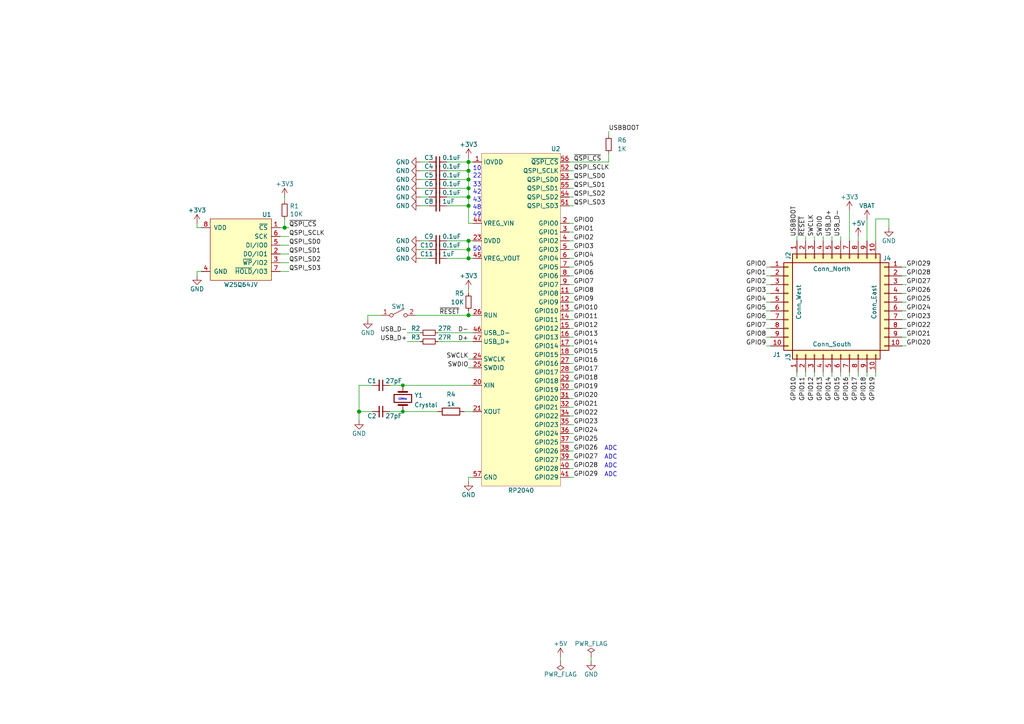
<source format=kicad_sch>
(kicad_sch (version 20211123) (generator eeschema)
  (paper "A4")
  (lib_symbols
    (symbol "Connector_Generic:Conn_01x10" (pin_names (offset 1.016) hide)
      (property "Reference" "J" (at 0 12.7 0))
      (property "Value" "Conn_01x10" (at 0 -15.24 0))
      (symbol "Conn_01x10_1_1"
        (rectangle (start -1.27 -12.573) (end 0 -12.827) (stroke (width 0.1524)))
        (rectangle (start -1.27 -10.033) (end 0 -10.287) (stroke (width 0.1524)))
        (rectangle (start -1.27 -7.493) (end 0 -7.747) (stroke (width 0.1524)))
        (rectangle (start -1.27 -4.953) (end 0 -5.207) (stroke (width 0.1524)))
        (rectangle (start -1.27 -2.413) (end 0 -2.667) (stroke (width 0.1524)))
        (rectangle (start -1.27 0.127) (end 0 -0.127) (stroke (width 0.1524)))
        (rectangle (start -1.27 2.667) (end 0 2.413) (stroke (width 0.1524)))
        (rectangle (start -1.27 5.207) (end 0 4.953) (stroke (width 0.1524)))
        (rectangle (start -1.27 7.747) (end 0 7.493) (stroke (width 0.1524)))
        (rectangle (start -1.27 10.287) (end 0 10.033) (stroke (width 0.1524)))
        (rectangle (start -1.27 11.43) (end 1.27 -13.97) (stroke (width 0.254)) (fill (type background)))
        (pin passive line (at -5.08 10.16 0) (length 3.81) (name "Pin_1") (number "1"))
        (pin passive line (at -5.08 -12.7 0) (length 3.81) (name "Pin_10") (number "10"))
        (pin passive line (at -5.08 7.62 0) (length 3.81) (name "Pin_2") (number "2"))
        (pin passive line (at -5.08 5.08 0) (length 3.81) (name "Pin_3") (number "3"))
        (pin passive line (at -5.08 2.54 0) (length 3.81) (name "Pin_4") (number "4"))
        (pin passive line (at -5.08 0 0) (length 3.81) (name "Pin_5") (number "5"))
        (pin passive line (at -5.08 -2.54 0) (length 3.81) (name "Pin_6") (number "6"))
        (pin passive line (at -5.08 -5.08 0) (length 3.81) (name "Pin_7") (number "7"))
        (pin passive line (at -5.08 -7.62 0) (length 3.81) (name "Pin_8") (number "8"))
        (pin passive line (at -5.08 -10.16 0) (length 3.81) (name "Pin_9") (number "9"))
      )
    )
    (symbol "Device:C_Small" (pin_numbers hide) (pin_names (offset 0.254) hide)
      (property "Reference" "C" (at 0.254 1.778 0))
      (property "Value" "C_Small" (at 0.254 -2.032 0))
      (symbol "C_Small_0_1"
        (polyline (pts (xy -1.524 -0.508) (xy 1.524 -0.508)) (stroke (width 0.3302)))
        (polyline (pts (xy -1.524 0.508) (xy 1.524 0.508)) (stroke (width 0.3048)))
      )
      (symbol "C_Small_1_1"
        (pin passive line (at 0 2.54 270) (length 2.032) (name "~") (number "1"))
        (pin passive line (at 0 -2.54 90) (length 2.032) (name "~") (number "2"))
      )
    )
    (symbol "Device:Crystal" (pin_numbers hide) (pin_names (offset 1.016) hide)
      (property "Reference" "Y" (at 0 3.81 0))
      (property "Value" "Crystal" (at 0 -3.81 0))
      (symbol "Crystal_0_1"
        (rectangle (start -1.143 2.54) (end 1.143 -2.54) (stroke (width 0.3048)))
        (polyline (pts (xy -2.54 0) (xy -1.905 0)))
        (polyline (pts (xy -1.905 -1.27) (xy -1.905 1.27)) (stroke (width 0.508)))
        (polyline (pts (xy 1.905 -1.27) (xy 1.905 1.27)) (stroke (width 0.508)))
        (polyline (pts (xy 2.54 0) (xy 1.905 0)))
      )
      (symbol "Crystal_1_1"
        (pin passive line (at -3.81 0 0) (length 1.27) (name "1") (number "1"))
        (pin passive line (at 3.81 0 180) (length 1.27) (name "2") (number "2"))
      )
    )
    (symbol "Device:R" (pin_numbers hide) (pin_names (offset 0))
      (property "Reference" "R" (at 2.032 0 90))
      (property "Value" "R" (at 0 0 90))
      (symbol "R_0_1"
        (rectangle (start -1.016 -2.54) (end 1.016 2.54) (stroke (width 0.254)))
      )
      (symbol "R_1_1"
        (pin passive line (at 0 3.81 270) (length 1.27) (name "~") (number "1"))
        (pin passive line (at 0 -3.81 90) (length 1.27) (name "~") (number "2"))
      )
    )
    (symbol "Device:R_Small" (pin_numbers hide) (pin_names (offset 0.254) hide)
      (property "Reference" "R" (at 0.762 0.508 0))
      (property "Value" "R_Small" (at 0.762 -1.016 0))
      (symbol "R_Small_0_1"
        (rectangle (start -0.762 1.778) (end 0.762 -1.778) (stroke (width 0.2032)))
      )
      (symbol "R_Small_1_1"
        (pin passive line (at 0 2.54 270) (length 0.762) (name "~") (number "1"))
        (pin passive line (at 0 -2.54 90) (length 0.762) (name "~") (number "2"))
      )
    )
    (symbol "MCU_RaspberryPi:RP2040"
      (property "Reference" "U" (at 11.43 1.27 0))
      (property "Value" "RP2040" (at 0 -97.79 0))
      (symbol "RP2040_0_0"
        (pin power_in line (at -13.97 -2.54 0) (length 2.54) (name "IOVDD") (number "1"))
        (pin passive line (at -13.97 -2.54 0) (length 2.54) hide (name "IOVDD") (number "10"))
        (pin bidirectional line (at 13.97 -40.64 180) (length 2.54) (name "GPIO8") (number "11"))
        (pin bidirectional line (at 13.97 -20.32 180) (length 2.54) (name "GPIO0") (number "2"))
        (pin bidirectional line (at 13.97 -22.86 180) (length 2.54) (name "GPIO1") (number "3"))
        (pin bidirectional line (at 13.97 -25.4 180) (length 2.54) (name "GPIO2") (number "4"))
        (pin bidirectional line (at 13.97 -27.94 180) (length 2.54) (name "GPIO3") (number "5"))
        (pin bidirectional line (at 13.97 -30.48 180) (length 2.54) (name "GPIO4") (number "6"))
        (pin bidirectional line (at 13.97 -33.02 180) (length 2.54) (name "GPIO5") (number "7"))
        (pin bidirectional line (at 13.97 -35.56 180) (length 2.54) (name "GPIO6") (number "8"))
        (pin bidirectional line (at 13.97 -38.1 180) (length 2.54) (name "GPIO7") (number "9"))
      )
      (symbol "RP2040_0_1"
        (rectangle (start -11.43 0) (end 11.43 -96.52) (stroke (width 0.001)) (fill (type background)))
      )
      (symbol "RP2040_1_1"
        (pin bidirectional line (at 13.97 -43.18 180) (length 2.54) (name "GPIO9") (number "12"))
        (pin bidirectional line (at 13.97 -45.72 180) (length 2.54) (name "GPIO10") (number "13"))
        (pin bidirectional line (at 13.97 -48.26 180) (length 2.54) (name "GPIO11") (number "14"))
        (pin bidirectional line (at 13.97 -50.8 180) (length 2.54) (name "GPIO12") (number "15"))
        (pin bidirectional line (at 13.97 -53.34 180) (length 2.54) (name "GPIO13") (number "16"))
        (pin bidirectional line (at 13.97 -55.88 180) (length 2.54) (name "GPIO14") (number "17"))
        (pin bidirectional line (at 13.97 -58.42 180) (length 2.54) (name "GPIO15") (number "18"))
        (pin passive line (at -13.97 -93.98 0) (length 2.54) hide (name "TESTEN") (number "19"))
        (pin input line (at -13.97 -67.31 0) (length 2.54) (name "XIN") (number "20"))
        (pin output line (at -13.97 -74.93 0) (length 2.54) (name "XOUT") (number "21"))
        (pin passive line (at -13.97 -2.54 0) (length 2.54) hide (name "IOVDD") (number "22"))
        (pin power_in line (at -13.97 -25.4 0) (length 2.54) (name "DVDD") (number "23"))
        (pin input line (at -13.97 -59.69 0) (length 2.54) (name "SWCLK") (number "24"))
        (pin bidirectional line (at -13.97 -62.23 0) (length 2.54) (name "SWDIO") (number "25"))
        (pin input line (at -13.97 -46.99 0) (length 2.54) (name "RUN") (number "26"))
        (pin bidirectional line (at 13.97 -60.96 180) (length 2.54) (name "GPIO16") (number "27"))
        (pin bidirectional line (at 13.97 -63.5 180) (length 2.54) (name "GPIO17") (number "28"))
        (pin bidirectional line (at 13.97 -66.04 180) (length 2.54) (name "GPIO18") (number "29"))
        (pin bidirectional line (at 13.97 -68.58 180) (length 2.54) (name "GPIO19") (number "30"))
        (pin bidirectional line (at 13.97 -71.12 180) (length 2.54) (name "GPIO20") (number "31"))
        (pin bidirectional line (at 13.97 -73.66 180) (length 2.54) (name "GPIO21") (number "32"))
        (pin passive line (at -13.97 -2.54 0) (length 2.54) hide (name "IOVDD") (number "33"))
        (pin bidirectional line (at 13.97 -76.2 180) (length 2.54) (name "GPIO22") (number "34"))
        (pin bidirectional line (at 13.97 -78.74 180) (length 2.54) (name "GPIO23") (number "35"))
        (pin bidirectional line (at 13.97 -81.28 180) (length 2.54) (name "GPIO24") (number "36"))
        (pin bidirectional line (at 13.97 -83.82 180) (length 2.54) (name "GPIO25") (number "37"))
        (pin bidirectional line (at 13.97 -86.36 180) (length 2.54) (name "GPIO26") (number "38"))
        (pin bidirectional line (at 13.97 -88.9 180) (length 2.54) (name "GPIO27") (number "39"))
        (pin bidirectional line (at 13.97 -91.44 180) (length 2.54) (name "GPIO28") (number "40"))
        (pin bidirectional line (at 13.97 -93.98 180) (length 2.54) (name "GPIO29") (number "41"))
        (pin passive line (at -13.97 -2.54 0) (length 2.54) hide (name "IOVDD") (number "42"))
        (pin passive line (at -13.97 -2.54 0) (length 2.54) hide (name "ADC_AVDD") (number "43"))
        (pin power_in line (at -13.97 -20.32 0) (length 2.54) (name "VREG_VIN") (number "44"))
        (pin power_out line (at -13.97 -30.48 0) (length 2.54) (name "VREG_VOUT") (number "45"))
        (pin bidirectional line (at -13.97 -52.07 0) (length 2.54) (name "USB_D-") (number "46"))
        (pin bidirectional line (at -13.97 -54.61 0) (length 2.54) (name "USB_D+") (number "47"))
        (pin passive line (at -13.97 -2.54 0) (length 2.54) hide (name "USB_VDD") (number "48"))
        (pin passive line (at -13.97 -2.54 0) (length 2.54) hide (name "IOVDD") (number "49"))
        (pin passive line (at -13.97 -25.4 0) (length 2.54) hide (name "DVDD") (number "50"))
        (pin bidirectional line (at 13.97 -15.24 180) (length 2.54) (name "QSPI_SD3") (number "51"))
        (pin output line (at 13.97 -5.08 180) (length 2.54) (name "QSPI_SCLK") (number "52"))
        (pin bidirectional line (at 13.97 -7.62 180) (length 2.54) (name "QSPI_SD0") (number "53"))
        (pin bidirectional line (at 13.97 -12.7 180) (length 2.54) (name "QSPI_SD2") (number "54"))
        (pin bidirectional line (at 13.97 -10.16 180) (length 2.54) (name "QSPI_SD1") (number "55"))
        (pin input line (at 13.97 -2.54 180) (length 2.54) (name "~{QSPI_CS}") (number "56"))
        (pin power_in line (at -13.97 -93.98 0) (length 2.54) (name "GND") (number "57"))
      )
    )
    (symbol "Memory_Flash_Extra:W25Q64JV" (pin_names (offset 1.016))
      (property "Reference" "U" (at 8.89 10.16 0))
      (property "Value" "W25Q64JV" (at 0 -10.16 0))
      (symbol "W25Q64JV_0_1"
        (rectangle (start -8.89 8.89) (end 8.89 -8.89) (fill (type background)))
      )
      (symbol "W25Q64JV_1_1"
        (pin input line (at 11.43 6.35 180) (length 2.54) (name "~{CS}") (number "1"))
        (pin bidirectional line (at 11.43 -1.27 180) (length 2.54) (name "DO/IO1") (number "2"))
        (pin bidirectional line (at 11.43 -3.81 180) (length 2.54) (name "~{WP}/IO2") (number "3"))
        (pin power_in line (at -11.43 -6.35 0) (length 2.54) (name "GND") (number "4"))
        (pin bidirectional line (at 11.43 1.27 180) (length 2.54) (name "DI/IO0") (number "5"))
        (pin input line (at 11.43 3.81 180) (length 2.54) (name "SCK") (number "6"))
        (pin bidirectional line (at 11.43 -6.35 180) (length 2.54) (name "~{HOLD}/IO3") (number "7"))
        (pin power_in line (at -11.43 6.35 0) (length 2.54) (name "VDD") (number "8"))
        (pin passive line (at -11.43 -6.35 0) (length 2.54) hide (name "GND") (number "9"))
      )
    )
    (symbol "Switch:SW_SPST" (pin_names (offset 0) hide)
      (property "Reference" "SW" (at 0 3.175 0))
      (property "Value" "SW_SPST" (at 0 -2.54 0))
      (symbol "SW_SPST_0_0"
        (circle (center -2.032 0) (radius 0.508))
        (polyline (pts (xy -1.524 0.254) (xy 1.524 1.778)))
        (circle (center 2.032 0) (radius 0.508))
      )
      (symbol "SW_SPST_1_1"
        (pin passive line (at -5.08 0 0) (length 2.54) (name "A") (number "1"))
        (pin passive line (at 5.08 0 180) (length 2.54) (name "B") (number "2"))
      )
    )
    (symbol "power:+3.3V" (power) (pin_names (offset 0))
      (property "Value" "+3.3V" (at 0 3.556 0))
      (symbol "+3.3V_0_1"
        (polyline (pts (xy -0.762 1.27) (xy 0 2.54)))
        (polyline (pts (xy 0 0) (xy 0 2.54)))
        (polyline (pts (xy 0 2.54) (xy 0.762 1.27)))
      )
      (symbol "+3.3V_1_1"
        (pin power_in line (at 0 0 90) (length 0) hide (name "+3V3") (number "1"))
      )
    )
    (symbol "power:+3V3" (power) (pin_names (offset 0))
      (property "Value" "+3V3" (at 0 3.556 0))
      (symbol "+3V3_0_1"
        (polyline (pts (xy -0.762 1.27) (xy 0 2.54)))
        (polyline (pts (xy 0 0) (xy 0 2.54)))
        (polyline (pts (xy 0 2.54) (xy 0.762 1.27)))
      )
      (symbol "+3V3_1_1"
        (pin power_in line (at 0 0 90) (length 0) hide (name "+3V3") (number "1"))
      )
    )
    (symbol "power:+5V" (power) (pin_names (offset 0))
      (property "Value" "+5V" (at 0 3.556 0))
      (symbol "+5V_0_1"
        (polyline (pts (xy -0.762 1.27) (xy 0 2.54)))
        (polyline (pts (xy 0 0) (xy 0 2.54)))
        (polyline (pts (xy 0 2.54) (xy 0.762 1.27)))
      )
      (symbol "+5V_1_1"
        (pin power_in line (at 0 0 90) (length 0) hide (name "+5V") (number "1"))
      )
    )
    (symbol "power:GND" (power) (pin_names (offset 0))
      (property "Value" "GND" (at 0 -3.81 0))
      (symbol "GND_0_1"
        (polyline (pts (xy 0 0) (xy 0 -1.27) (xy 1.27 -1.27) (xy 0 -2.54) (xy -1.27 -1.27) (xy 0 -1.27)))
      )
      (symbol "GND_1_1"
        (pin power_in line (at 0 0 270) (length 0) hide (name "GND") (number "1"))
      )
    )
    (symbol "power:PWR_FLAG" (power) (pin_numbers hide) (pin_names (offset 0) hide)
      (property "Value" "PWR_FLAG" (at 0 3.81 0))
      (symbol "PWR_FLAG_0_0"
        (pin power_out line (at 0 0 90) (length 0) (name "pwr") (number "1"))
      )
      (symbol "PWR_FLAG_0_1"
        (polyline (pts (xy 0 0) (xy 0 1.27) (xy -1.016 1.905) (xy 0 2.54) (xy 1.016 1.905) (xy 0 1.27)))
      )
    )
    (symbol "power_extra:VBAT" (power) (pin_names (offset 0))
      (property "Value" "VBAT" (at 0 3.556 0))
      (symbol "VBAT_0_1"
        (polyline (pts (xy -0.762 1.27) (xy 0 2.54)))
        (polyline (pts (xy 0 0) (xy 0 2.54)))
        (polyline (pts (xy 0 2.54) (xy 0.762 1.27)))
      )
      (symbol "VBAT_1_1"
        (pin power_in line (at 0 0 90) (length 0) hide (name "VBAT") (number "1"))
      )
    )
  )
  (junction (at 116.84 119.38))
  (junction (at 135.89 49.53) (diameter 1.016))
  (junction (at 135.89 57.15) (diameter 1.016))
  (junction (at 135.89 54.61) (diameter 1.016))
  (junction (at 82.55 66.04) (diameter 1.016))
  (junction (at 135.89 52.07) (diameter 1.016))
  (junction (at 135.89 74.93) (diameter 1.016))
  (junction (at 135.89 91.44) (diameter 1.016))
  (junction (at 135.89 69.85) (diameter 1.016))
  (junction (at 104.14 119.38) (diameter 1.016))
  (junction (at 135.89 72.39) (diameter 1.016))
  (junction (at 116.84 111.76))
  (junction (at 135.89 46.99) (diameter 1.016))
  (junction (at 135.89 59.69) (diameter 1.016))
  (wire (pts (xy 223.52 100.33) (xy 222.25 100.33)))
  (wire (pts (xy 165.1 105.41) (xy 166.37 105.41)))
  (wire (pts (xy 129.54 54.61) (xy 135.89 54.61)))
  (wire (pts (xy 223.52 92.71) (xy 222.25 92.71)))
  (wire (pts (xy 223.52 82.55) (xy 222.25 82.55)))
  (wire (pts (xy 121.92 57.15) (xy 124.46 57.15)))
  (wire (pts (xy 113.03 119.38) (xy 116.84 119.38)))
  (wire (pts (xy 137.16 64.77) (xy 135.89 64.77)))
  (wire (pts (xy 129.54 57.15) (xy 135.89 57.15)))
  (wire (pts (xy 165.1 85.09) (xy 166.37 85.09)))
  (wire (pts (xy 231.14 107.95) (xy 231.14 109.22)))
  (wire (pts (xy 165.1 72.39) (xy 166.37 72.39)))
  (wire (pts (xy 166.37 102.87) (xy 165.1 102.87)))
  (wire (pts (xy 165.1 92.71) (xy 166.37 92.71)))
  (wire (pts (xy 261.62 80.01) (xy 262.89 80.01)))
  (wire (pts (xy 165.1 64.77) (xy 166.37 64.77)))
  (wire (pts (xy 171.45 190.5) (xy 171.45 191.77)))
  (wire (pts (xy 236.22 107.95) (xy 236.22 109.22)))
  (wire (pts (xy 58.42 78.74) (xy 57.15 78.74)))
  (wire (pts (xy 135.89 54.61) (xy 135.89 57.15)))
  (wire (pts (xy 129.54 52.07) (xy 135.89 52.07)))
  (wire (pts (xy 176.53 46.99) (xy 176.53 44.45)))
  (wire (pts (xy 121.92 46.99) (xy 124.46 46.99)))
  (wire (pts (xy 135.89 138.43) (xy 135.89 139.7)))
  (wire (pts (xy 166.37 52.07) (xy 165.1 52.07)))
  (wire (pts (xy 104.14 111.76) (xy 104.14 119.38)))
  (wire (pts (xy 251.46 107.95) (xy 251.46 109.22)))
  (wire (pts (xy 135.89 69.85) (xy 137.16 69.85)))
  (wire (pts (xy 223.52 90.17) (xy 222.25 90.17)))
  (wire (pts (xy 81.28 76.2) (xy 83.82 76.2)))
  (wire (pts (xy 165.1 118.11) (xy 166.37 118.11)))
  (wire (pts (xy 165.1 107.95) (xy 166.37 107.95)))
  (wire (pts (xy 118.11 96.52) (xy 121.92 96.52)))
  (wire (pts (xy 241.3 107.95) (xy 241.3 109.22)))
  (wire (pts (xy 261.62 92.71) (xy 262.89 92.71)))
  (wire (pts (xy 121.92 72.39) (xy 124.46 72.39)))
  (wire (pts (xy 165.1 90.17) (xy 166.37 90.17)))
  (wire (pts (xy 165.1 133.35) (xy 166.37 133.35)))
  (wire (pts (xy 129.54 46.99) (xy 135.89 46.99)))
  (wire (pts (xy 261.62 87.63) (xy 262.89 87.63)))
  (wire (pts (xy 165.1 74.93) (xy 166.37 74.93)))
  (wire (pts (xy 233.68 69.85) (xy 233.68 68.58)))
  (wire (pts (xy 261.62 97.79) (xy 262.89 97.79)))
  (wire (pts (xy 121.92 69.85) (xy 124.46 69.85)))
  (wire (pts (xy 118.11 99.06) (xy 121.92 99.06)))
  (wire (pts (xy 231.14 69.85) (xy 231.14 68.58)))
  (wire (pts (xy 135.89 104.14) (xy 137.16 104.14)))
  (wire (pts (xy 261.62 82.55) (xy 262.89 82.55)))
  (wire (pts (xy 165.1 82.55) (xy 166.37 82.55)))
  (wire (pts (xy 261.62 90.17) (xy 262.89 90.17)))
  (wire (pts (xy 81.28 66.04) (xy 82.55 66.04)))
  (wire (pts (xy 261.62 95.25) (xy 262.89 95.25)))
  (wire (pts (xy 81.28 78.74) (xy 83.82 78.74)))
  (wire (pts (xy 104.14 119.38) (xy 107.95 119.38)))
  (wire (pts (xy 223.52 80.01) (xy 222.25 80.01)))
  (wire (pts (xy 165.1 138.43) (xy 166.37 138.43)))
  (wire (pts (xy 121.92 52.07) (xy 124.46 52.07)))
  (wire (pts (xy 165.1 67.31) (xy 166.37 67.31)))
  (wire (pts (xy 261.62 100.33) (xy 262.89 100.33)))
  (wire (pts (xy 129.54 49.53) (xy 135.89 49.53)))
  (wire (pts (xy 127 99.06) (xy 137.16 99.06)))
  (wire (pts (xy 166.37 57.15) (xy 165.1 57.15)))
  (wire (pts (xy 81.28 68.58) (xy 83.82 68.58)))
  (wire (pts (xy 162.56 190.5) (xy 162.56 191.77)))
  (wire (pts (xy 165.1 97.79) (xy 166.37 97.79)))
  (wire (pts (xy 135.89 46.99) (xy 137.16 46.99)))
  (wire (pts (xy 83.82 66.04) (xy 82.55 66.04)))
  (wire (pts (xy 129.54 72.39) (xy 135.89 72.39)))
  (wire (pts (xy 135.89 74.93) (xy 137.16 74.93)))
  (wire (pts (xy 127 96.52) (xy 137.16 96.52)))
  (wire (pts (xy 137.16 138.43) (xy 135.89 138.43)))
  (wire (pts (xy 165.1 77.47) (xy 166.37 77.47)))
  (wire (pts (xy 129.54 59.69) (xy 135.89 59.69)))
  (wire (pts (xy 116.84 111.76) (xy 137.16 111.76)))
  (wire (pts (xy 246.38 107.95) (xy 246.38 109.22)))
  (wire (pts (xy 135.89 106.68) (xy 137.16 106.68)))
  (wire (pts (xy 129.54 74.93) (xy 135.89 74.93)))
  (wire (pts (xy 121.92 49.53) (xy 124.46 49.53)))
  (wire (pts (xy 241.3 69.85) (xy 241.3 68.58)))
  (wire (pts (xy 238.76 107.95) (xy 238.76 109.22)))
  (wire (pts (xy 238.76 69.85) (xy 238.76 68.58)))
  (wire (pts (xy 82.55 66.04) (xy 82.55 63.5)))
  (wire (pts (xy 223.52 95.25) (xy 222.25 95.25)))
  (wire (pts (xy 165.1 80.01) (xy 166.37 80.01)))
  (wire (pts (xy 261.62 77.47) (xy 262.89 77.47)))
  (wire (pts (xy 135.89 91.44) (xy 135.89 90.17)))
  (wire (pts (xy 261.62 85.09) (xy 262.89 85.09)))
  (wire (pts (xy 135.89 46.99) (xy 135.89 49.53)))
  (wire (pts (xy 135.89 49.53) (xy 135.89 52.07)))
  (wire (pts (xy 104.14 111.76) (xy 107.95 111.76)))
  (wire (pts (xy 165.1 120.65) (xy 166.37 120.65)))
  (wire (pts (xy 223.52 77.47) (xy 222.25 77.47)))
  (wire (pts (xy 246.38 60.96) (xy 246.38 69.85)))
  (wire (pts (xy 165.1 100.33) (xy 166.37 100.33)))
  (wire (pts (xy 81.28 71.12) (xy 83.82 71.12)))
  (wire (pts (xy 121.92 59.69) (xy 124.46 59.69)))
  (wire (pts (xy 104.14 119.38) (xy 104.14 121.92)))
  (wire (pts (xy 254 69.85) (xy 254 63.5)))
  (wire (pts (xy 223.52 87.63) (xy 222.25 87.63)))
  (wire (pts (xy 121.92 54.61) (xy 124.46 54.61)))
  (wire (pts (xy 135.89 74.93) (xy 135.89 72.39)))
  (wire (pts (xy 166.37 59.69) (xy 165.1 59.69)))
  (wire (pts (xy 165.1 46.99) (xy 176.53 46.99)))
  (wire (pts (xy 243.84 107.95) (xy 243.84 109.22)))
  (wire (pts (xy 134.62 119.38) (xy 137.16 119.38)))
  (wire (pts (xy 223.52 85.09) (xy 222.25 85.09)))
  (wire (pts (xy 248.92 107.95) (xy 248.92 109.22)))
  (wire (pts (xy 254 63.5) (xy 257.81 63.5)))
  (wire (pts (xy 257.81 63.5) (xy 257.81 66.04)))
  (wire (pts (xy 135.89 91.44) (xy 137.16 91.44)))
  (wire (pts (xy 135.89 83.82) (xy 135.89 85.09)))
  (wire (pts (xy 135.89 72.39) (xy 135.89 69.85)))
  (wire (pts (xy 254 107.95) (xy 254 109.22)))
  (wire (pts (xy 58.42 66.04) (xy 57.15 66.04)))
  (wire (pts (xy 81.28 73.66) (xy 83.82 73.66)))
  (wire (pts (xy 57.15 78.74) (xy 57.15 80.01)))
  (wire (pts (xy 248.92 68.58) (xy 248.92 69.85)))
  (wire (pts (xy 129.54 69.85) (xy 135.89 69.85)))
  (wire (pts (xy 236.22 68.58) (xy 236.22 69.85)))
  (wire (pts (xy 165.1 115.57) (xy 166.37 115.57)))
  (wire (pts (xy 176.53 38.1) (xy 176.53 39.37)))
  (wire (pts (xy 82.55 57.15) (xy 82.55 58.42)))
  (wire (pts (xy 57.15 66.04) (xy 57.15 64.77)))
  (wire (pts (xy 165.1 130.81) (xy 166.37 130.81)))
  (wire (pts (xy 116.84 119.38) (xy 127 119.38)))
  (wire (pts (xy 165.1 87.63) (xy 166.37 87.63)))
  (wire (pts (xy 135.89 45.72) (xy 135.89 46.99)))
  (wire (pts (xy 165.1 125.73) (xy 166.37 125.73)))
  (wire (pts (xy 165.1 135.89) (xy 166.37 135.89)))
  (wire (pts (xy 165.1 69.85) (xy 166.37 69.85)))
  (wire (pts (xy 165.1 110.49) (xy 166.37 110.49)))
  (wire (pts (xy 135.89 57.15) (xy 135.89 59.69)))
  (wire (pts (xy 135.89 59.69) (xy 135.89 64.77)))
  (wire (pts (xy 113.03 111.76) (xy 116.84 111.76)))
  (wire (pts (xy 165.1 113.03) (xy 166.37 113.03)))
  (wire (pts (xy 251.46 63.5) (xy 251.46 69.85)))
  (wire (pts (xy 135.89 52.07) (xy 135.89 54.61)))
  (wire (pts (xy 165.1 128.27) (xy 166.37 128.27)))
  (wire (pts (xy 233.68 107.95) (xy 233.68 109.22)))
  (wire (pts (xy 166.37 49.53) (xy 165.1 49.53)))
  (wire (pts (xy 166.37 54.61) (xy 165.1 54.61)))
  (wire (pts (xy 120.65 91.44) (xy 135.89 91.44)))
  (wire (pts (xy 223.52 97.79) (xy 222.25 97.79)))
  (wire (pts (xy 106.68 91.44) (xy 110.49 91.44)))
  (wire (pts (xy 106.68 92.71) (xy 106.68 91.44)))
  (wire (pts (xy 243.84 69.85) (xy 243.84 68.58)))
  (wire (pts (xy 165.1 123.19) (xy 166.37 123.19)))
  (wire (pts (xy 165.1 95.25) (xy 166.37 95.25)))
  (wire (pts (xy 121.92 74.93) (xy 124.46 74.93)))
  (text "ADC" (at 175.26 130.81 0) (effects (font (size 1.27 1.27)) (justify left bottom)))
  (text "49" (at 139.7 63.119 180) (effects (font (size 1.27 1.27)) (justify right bottom)))
  (text "33" (at 139.7 54.356 180) (effects (font (size 1.27 1.27)) (justify right bottom)))
  (text "ADC" (at 175.26 133.35 0) (effects (font (size 1.27 1.27)) (justify left bottom)))
  (text "10" (at 139.7 49.657 180) (effects (font (size 1.27 1.27)) (justify right bottom)))
  (text "43" (at 139.7 58.801 180) (effects (font (size 1.27 1.27)) (justify right bottom)))
  (text "12MHz" (at 118.11 116.205 180) (effects (font (size 0.508 0.508)) (justify right bottom)))
  (text "ADC" (at 175.26 135.89 0) (effects (font (size 1.27 1.27)) (justify left bottom)))
  (text "48" (at 139.7 60.96 180) (effects (font (size 1.27 1.27)) (justify right bottom)))
  (text "22" (at 139.7 51.816 180) (effects (font (size 1.27 1.27)) (justify right bottom)))
  (text "ADC" (at 175.26 138.43 0) (effects (font (size 1.27 1.27)) (justify left bottom)))
  (text "50" (at 139.7 73.025 180) (effects (font (size 1.27 1.27)) (justify right bottom)))
  (text "42" (at 139.7 56.515 180) (effects (font (size 1.27 1.27)) (justify right bottom)))
  (label "QSPI_SCLK" (at 166.37 49.53 0))
  (label "GPIO15" (at 166.37 102.87 0))
  (label "GPIO18" (at 251.46 109.22 270))
  (label "GPIO2" (at 222.25 82.55 180))
  (label "GPIO8" (at 166.37 85.09 0))
  (label "GPIO0" (at 222.25 77.47 180))
  (label "USB_D+" (at 241.3 68.58 90))
  (label "GPIO13" (at 166.37 97.79 0))
  (label "QSPI_SD0" (at 166.37 52.07 0))
  (label "D-" (at 135.89 96.52 180))
  (label "GPIO29" (at 262.89 77.47 0))
  (label "GPIO14" (at 166.37 100.33 0))
  (label "QSPI_SD3" (at 83.82 78.74 0))
  (label "SWCLK" (at 236.22 68.58 90))
  (label "GPIO11" (at 233.68 109.22 270))
  (label "GPIO18" (at 166.37 110.49 0))
  (label "QSPI_SD2" (at 166.37 57.15 0))
  (label "GPIO25" (at 262.89 87.63 0))
  (label "GPIO4" (at 166.37 74.93 0))
  (label "GPIO4" (at 222.25 87.63 180))
  (label "GPIO14" (at 241.3 109.22 270))
  (label "GPIO21" (at 166.37 118.11 0))
  (label "QSPI_SD0" (at 83.82 71.12 0))
  (label "GPIO6" (at 222.25 92.71 180))
  (label "GPIO28" (at 262.89 80.01 0))
  (label "GPIO19" (at 166.37 113.03 0))
  (label "GPIO9" (at 222.25 100.33 180))
  (label "GPIO24" (at 262.89 90.17 0))
  (label "GPIO15" (at 243.84 109.22 270))
  (label "GPIO17" (at 166.37 107.95 0))
  (label "GPIO10" (at 231.14 109.22 270))
  (label "USB_D+" (at 118.11 99.06 180))
  (label "GPIO28" (at 166.37 135.89 0))
  (label "~{QSPI_CS}" (at 166.37 46.99 0))
  (label "QSPI_SD3" (at 166.37 59.69 0))
  (label "GPIO24" (at 166.37 125.73 0))
  (label "USBBOOT" (at 231.14 68.58 90))
  (label "SWDIO" (at 135.89 106.68 180))
  (label "USBBOOT" (at 176.53 38.1 0))
  (label "GPIO8" (at 222.25 97.79 180))
  (label "GPIO0" (at 166.37 64.77 0))
  (label "GPIO6" (at 166.37 80.01 0))
  (label "GPIO23" (at 166.37 123.19 0))
  (label "GPIO19" (at 254 109.22 270))
  (label "GPIO11" (at 166.37 92.71 0))
  (label "~{RESET}" (at 233.68 68.58 90))
  (label "GPIO21" (at 262.89 97.79 0))
  (label "GPIO2" (at 166.37 69.85 0))
  (label "GPIO16" (at 246.38 109.22 270))
  (label "GPIO27" (at 166.37 133.35 0))
  (label "GPIO22" (at 262.89 95.25 0))
  (label "GPIO1" (at 166.37 67.31 0))
  (label "GPIO26" (at 262.89 85.09 0))
  (label "GPIO29" (at 166.37 138.43 0))
  (label "GPIO26" (at 166.37 130.81 0))
  (label "GPIO12" (at 236.22 109.22 270))
  (label "GPIO12" (at 166.37 95.25 0))
  (label "~{QSPI_CS}" (at 83.82 66.04 0))
  (label "GPIO5" (at 166.37 77.47 0))
  (label "GPIO27" (at 262.89 82.55 0))
  (label "USB_D-" (at 118.11 96.52 180))
  (label "D+" (at 135.89 99.06 180))
  (label "GPIO16" (at 166.37 105.41 0))
  (label "USB_D-" (at 243.84 68.58 90))
  (label "GPIO25" (at 166.37 128.27 0))
  (label "SWCLK" (at 135.89 104.14 180))
  (label "GPIO5" (at 222.25 90.17 180))
  (label "~{RESET}" (at 133.35 91.44 180))
  (label "GPIO3" (at 222.25 85.09 180))
  (label "GPIO10" (at 166.37 90.17 0))
  (label "GPIO1" (at 222.25 80.01 180))
  (label "QSPI_SD2" (at 83.82 76.2 0))
  (label "QSPI_SD1" (at 166.37 54.61 0))
  (label "GPIO7" (at 166.37 82.55 0))
  (label "GPIO7" (at 222.25 95.25 180))
  (label "GPIO22" (at 166.37 120.65 0))
  (label "GPIO20" (at 166.37 115.57 0))
  (label "SWDIO" (at 238.76 68.58 90))
  (label "GPIO3" (at 166.37 72.39 0))
  (label "QSPI_SCLK" (at 83.82 68.58 0))
  (label "GPIO9" (at 166.37 87.63 0))
  (label "QSPI_SD1" (at 83.82 73.66 0))
  (label "GPIO23" (at 262.89 92.71 0))
  (label "GPIO20" (at 262.89 100.33 0))
  (label "GPIO17" (at 248.92 109.22 270))
  (label "GPIO13" (at 238.76 109.22 270))
  (symbol (lib_id "power:GND") (at 121.92 72.39 270) (unit 1)
    (property "Reference" "#PWR013" (effects hide))
    (property "Value" "GND" (at 116.84 72.39 90))
  )
  (symbol (lib_id "Device:C_Small") (at 127 46.99 270) (unit 1)
    (property "Reference" "C3" (at 125.73 45.72 90) (effects (justify right)))
    (property "Value" "0.1uF" (at 128.27 45.72 90) (effects (justify left)))
    (property "Footprint" "Capacitor_SMD:C_0603_1608Metric" (effects hide))
  )
  (symbol (lib_id "Device:C_Small") (at 110.49 111.76 270) (unit 1)
    (property "Reference" "C1" (at 109.22 110.49 90) (effects (justify right)))
    (property "Value" "27pF" (at 111.76 110.49 90) (effects (justify left)))
    (property "Footprint" "Capacitor_SMD:C_0603_1608Metric" (effects hide))
  )
  (symbol (lib_id "Device:R_Small") (at 124.46 96.52 270) (unit 1)
    (property "Reference" "R2" (at 121.92 95.25 90) (effects (justify right)))
    (property "Value" "27R" (at 127 95.25 90) (effects (justify left)))
    (property "Footprint" "Resistor_SMD:R_0603_1608Metric" (effects hide))
  )
  (symbol (lib_id "power:GND") (at 57.15 80.01 0) (mirror y) (unit 1)
    (property "Reference" "#PWR02" (effects hide))
    (property "Value" "GND" (at 57.15 83.82 0))
  )
  (symbol (lib_id "power:+3.3V") (at 135.89 45.72 0) (unit 1)
    (property "Reference" "#PWR015" (effects hide))
    (property "Value" "+3.3V" (at 135.89 41.91 0))
  )
  (symbol (lib_id "Device:C_Small") (at 127 49.53 270) (unit 1)
    (property "Reference" "C4" (at 125.73 48.26 90) (effects (justify right)))
    (property "Value" "0.1uF" (at 128.27 48.26 90) (effects (justify left)))
    (property "Footprint" "Capacitor_SMD:C_0603_1608Metric" (effects hide))
  )
  (symbol (lib_id "power:GND") (at 121.92 69.85 270) (unit 1)
    (property "Reference" "#PWR012" (effects hide))
    (property "Value" "GND" (at 116.84 69.85 90))
  )
  (symbol (lib_id "Connector_Generic:Conn_01x10") (at 228.6 87.63 0) (unit 1)
    (property "Reference" "J1" (at 225.298 102.87 0))
    (property "Value" "Conn_West" (at 231.648 87.63 90))
    (property "Footprint" "RP2040_stamp:Castellated_1x10_P2.00mm_Vertical" (effects hide))
  )
  (symbol (lib_id "power:+3.3V") (at 246.38 60.96 0) (unit 1)
    (property "Reference" "#PWR020" (effects hide))
    (property "Value" "+3.3V" (at 246.38 57.15 0))
  )
  (symbol (lib_id "Device:R_Small") (at 82.55 60.96 180) (unit 1)
    (property "Reference" "R1" (at 84.0232 59.7916 0) (effects (justify right)))
    (property "Value" "10K" (at 84.0232 62.103 0) (effects (justify right)))
    (property "Footprint" "Resistor_SMD:R_0603_1608Metric" (effects hide))
  )
  (symbol (lib_id "Device:C_Small") (at 127 57.15 270) (unit 1)
    (property "Reference" "C7" (at 125.73 55.88 90) (effects (justify right)))
    (property "Value" "0.1uF" (at 128.27 55.88 90) (effects (justify left)))
    (property "Footprint" "Capacitor_SMD:C_0603_1608Metric" (effects hide))
  )
  (symbol (lib_id "power:GND") (at 121.92 46.99 270) (unit 1)
    (property "Reference" "#PWR06" (effects hide))
    (property "Value" "GND" (at 116.84 46.99 90))
  )
  (symbol (lib_id "power:GND") (at 106.68 92.71 0) (mirror y) (unit 1)
    (property "Reference" "#PWR05" (effects hide))
    (property "Value" "GND" (at 106.68 96.52 0))
  )
  (symbol (lib_id "Device:Crystal") (at 116.84 115.57 270) (unit 1)
    (property "Reference" "Y1" (at 120.1674 114.6615 90) (effects (justify left)))
    (property "Value" "Crystal" (at 120.1674 117.4366 90) (effects (justify left)))
    (property "Footprint" "UserLib:Crystal_SMD_7040-2Pin_7.0x4.0mm" (effects hide))
  )
  (symbol (lib_id "power:+5V") (at 162.56 190.5 0) (unit 1)
    (property "Reference" "#PWR018" (effects hide))
    (property "Value" "+5V" (at 162.56 186.69 0))
  )
  (symbol (lib_id "power:GND") (at 121.92 57.15 270) (unit 1)
    (property "Reference" "#PWR010" (effects hide))
    (property "Value" "GND" (at 116.84 57.15 90))
  )
  (symbol (lib_id "MCU_RaspberryPi:RP2040") (at 151.13 44.45 0) (unit 1)
    (property "Reference" "U2" (at 162.56 43.18 0) (effects (justify right)))
    (property "Value" "RP2040" (at 151.13 142.24 0))
    (property "Footprint" "UserLib:RP2040" (effects hide))
    (property "Datasheet" "https://datasheets.raspberrypi.org/rp2040/rp2040_datasheet.pdf" (effects hide))
  )
  (symbol (lib_id "Device:R_Small") (at 176.53 41.91 0) (unit 1)
    (property "Reference" "R6" (at 179.07 40.64 0) (effects (justify left)))
    (property "Value" "1K" (at 179.07 43.18 0) (effects (justify left)))
    (property "Footprint" "Resistor_SMD:R_0603_1608Metric" (effects hide))
  )
  (symbol (lib_id "Device:C_Small") (at 127 59.69 270) (unit 1)
    (property "Reference" "C8" (at 125.73 58.42 90) (effects (justify right)))
    (property "Value" "1uF" (at 128.27 58.42 90) (effects (justify left)))
    (property "Footprint" "Capacitor_SMD:C_0603_1608Metric" (effects hide))
  )
  (symbol (lib_id "power:GND") (at 121.92 74.93 270) (unit 1)
    (property "Reference" "#PWR014" (effects hide))
    (property "Value" "GND" (at 116.84 74.93 90))
  )
  (symbol (lib_id "Device:C_Small") (at 110.49 119.38 270) (mirror x) (unit 1)
    (property "Reference" "C2" (at 109.22 120.65 90) (effects (justify right)))
    (property "Value" "27pF" (at 111.76 120.65 90) (effects (justify left)))
    (property "Footprint" "Capacitor_SMD:C_0603_1608Metric" (effects hide))
  )
  (symbol (lib_id "Connector_Generic:Conn_01x10") (at 241.3 74.93 90) (mirror x) (unit 1)
    (property "Reference" "J2" (at 228.6 74.168 0))
    (property "Value" "Conn_North" (at 241.3 77.978 90))
    (property "Footprint" "RP2040_stamp:Castellated_1x10_P2.00mm_Vertical" (effects hide))
  )
  (symbol (lib_id "Connector_Generic:Conn_01x10") (at 256.54 87.63 0) (mirror y) (unit 1)
    (property "Reference" "J4" (at 257.302 74.93 0))
    (property "Value" "Conn_East" (at 253.492 87.63 90))
    (property "Footprint" "RP2040_stamp:Castellated_1x10_P2.00mm_Vertical" (effects hide))
  )
  (symbol (lib_id "Device:R_Small") (at 124.46 99.06 270) (unit 1)
    (property "Reference" "R3" (at 121.92 97.79 90) (effects (justify right)))
    (property "Value" "27R" (at 127 97.79 90) (effects (justify left)))
    (property "Footprint" "Resistor_SMD:R_0603_1608Metric" (effects hide))
  )
  (symbol (lib_id "power:PWR_FLAG") (at 171.45 190.5 0) (unit 1)
    (property "Reference" "#FLG02" (effects hide))
    (property "Value" "PWR_FLAG" (at 171.45 186.69 0))
  )
  (symbol (lib_id "power:+3.3V") (at 57.15 64.77 0) (unit 1)
    (property "Reference" "#PWR01" (effects hide))
    (property "Value" "+3.3V" (at 57.15 60.96 0))
  )
  (symbol (lib_id "Connector_Generic:Conn_01x10") (at 241.3 102.87 90) (unit 1)
    (property "Reference" "J3" (at 228.6 103.632 0))
    (property "Value" "Conn_South" (at 241.3 99.822 90))
    (property "Footprint" "RP2040_stamp:Castellated_1x10_P2.00mm_Vertical" (effects hide))
  )
  (symbol (lib_id "power:+5V") (at 248.92 68.58 0) (unit 1)
    (property "Reference" "#PWR021" (effects hide))
    (property "Value" "+5V" (at 248.92 64.77 0))
  )
  (symbol (lib_id "power:GND") (at 121.92 52.07 270) (unit 1)
    (property "Reference" "#PWR08" (effects hide))
    (property "Value" "GND" (at 116.84 52.07 90))
  )
  (symbol (lib_id "Device:R_Small") (at 135.89 87.63 0) (mirror y) (unit 1)
    (property "Reference" "R5" (at 134.62 85.09 0) (effects (justify left)))
    (property "Value" "10K" (at 134.62 87.63 0) (effects (justify left)))
    (property "Footprint" "Resistor_SMD:R_0603_1608Metric" (effects hide))
  )
  (symbol (lib_id "Device:C_Small") (at 127 72.39 270) (unit 1)
    (property "Reference" "C10" (at 125.73 71.12 90) (effects (justify right)))
    (property "Value" "0.1uF" (at 128.27 71.12 90) (effects (justify left)))
    (property "Footprint" "Capacitor_SMD:C_0603_1608Metric" (effects hide))
  )
  (symbol (lib_id "Device:C_Small") (at 127 54.61 270) (unit 1)
    (property "Reference" "C6" (at 125.73 53.34 90) (effects (justify right)))
    (property "Value" "0.1uF" (at 128.27 53.34 90) (effects (justify left)))
    (property "Footprint" "Capacitor_SMD:C_0603_1608Metric" (effects hide))
  )
  (symbol (lib_id "power:GND") (at 121.92 54.61 270) (unit 1)
    (property "Reference" "#PWR09" (effects hide))
    (property "Value" "GND" (at 116.84 54.61 90))
  )
  (symbol (lib_id "Memory_Flash_Extra:W25Q64JV") (at 69.85 72.39 0) (unit 1)
    (property "Reference" "U1" (at 78.74 62.23 0) (effects (justify right)))
    (property "Value" "W25Q64JV" (at 69.85 82.55 0))
    (property "Footprint" "Package_SON:WSON-8-1EP_6x5mm_P1.27mm_EP3.4x4mm" (effects hide))
  )
  (symbol (lib_id "Device:R") (at 130.81 119.38 90) (unit 1)
    (property "Reference" "R4" (at 130.81 114.3975 90))
    (property "Value" "1k" (at 130.81 117.1726 90))
    (property "Footprint" "Resistor_SMD:R_0603_1608Metric" (effects hide))
  )
  (symbol (lib_id "power:PWR_FLAG") (at 162.56 191.77 180) (unit 1)
    (property "Reference" "#FLG01" (effects hide))
    (property "Value" "PWR_FLAG" (at 162.56 195.58 0))
  )
  (symbol (lib_id "power:GND") (at 121.92 49.53 270) (unit 1)
    (property "Reference" "#PWR07" (effects hide))
    (property "Value" "GND" (at 116.84 49.53 90))
  )
  (symbol (lib_id "power:GND") (at 257.81 66.04 0) (unit 1)
    (property "Reference" "#PWR023" (effects hide))
    (property "Value" "GND" (at 257.81 69.85 0))
  )
  (symbol (lib_id "Switch:SW_SPST") (at 115.57 91.44 0) (unit 1)
    (property "Reference" "SW1" (at 115.57 88.9 0))
    (property "Value" "SW_RESET" (effects hide))
    (property "Footprint" "Jumper:SolderJumper-2_P1.3mm_Open_RoundedPad1.0x1.5mm" (effects hide))
  )
  (symbol (lib_id "power:GND") (at 104.14 121.92 0) (unit 1)
    (property "Reference" "#PWR04" (effects hide))
    (property "Value" "GND" (at 104.14 125.73 0))
  )
  (symbol (lib_id "power:GND") (at 135.89 139.7 0) (unit 1)
    (property "Reference" "#PWR017" (effects hide))
    (property "Value" "GND" (at 135.89 143.51 0))
  )
  (symbol (lib_id "Device:C_Small") (at 127 69.85 270) (unit 1)
    (property "Reference" "C9" (at 125.73 68.58 90) (effects (justify right)))
    (property "Value" "0.1uF" (at 128.27 68.58 90) (effects (justify left)))
    (property "Footprint" "Capacitor_SMD:C_0603_1608Metric" (effects hide))
  )
  (symbol (lib_id "power:+3.3V") (at 82.55 57.15 0) (mirror y) (unit 1)
    (property "Reference" "#PWR03" (effects hide))
    (property "Value" "+3.3V" (at 82.55 53.34 0))
  )
  (symbol (lib_id "power:GND") (at 121.92 59.69 270) (unit 1)
    (property "Reference" "#PWR011" (effects hide))
    (property "Value" "GND" (at 116.84 59.69 90))
  )
  (symbol (lib_id "power_extra:VBAT") (at 251.46 63.5 0) (unit 1)
    (property "Reference" "#PWR022" (effects hide))
    (property "Value" "VBAT" (at 251.46 59.69 0))
  )
  (symbol (lib_id "Device:C_Small") (at 127 52.07 270) (unit 1)
    (property "Reference" "C5" (at 125.73 50.8 90) (effects (justify right)))
    (property "Value" "0.1uF" (at 128.27 50.8 90) (effects (justify left)))
    (property "Footprint" "Capacitor_SMD:C_0603_1608Metric" (effects hide))
  )
  (symbol (lib_id "Device:C_Small") (at 127 74.93 270) (unit 1)
    (property "Reference" "C11" (at 125.73 73.66 90) (effects (justify right)))
    (property "Value" "1uF" (at 128.27 73.66 90) (effects (justify left)))
    (property "Footprint" "Capacitor_SMD:C_0603_1608Metric" (effects hide))
  )
  (symbol (lib_id "power:+3V3") (at 135.89 83.82 0) (mirror y) (unit 1)
    (property "Reference" "#PWR016" (effects hide))
    (property "Value" "+3V3" (at 135.89 80.01 0))
  )
  (symbol (lib_id "power:GND") (at 171.45 191.77 0) (mirror y) (unit 1)
    (property "Reference" "#PWR019" (effects hide))
    (property "Value" "GND" (at 171.45 195.58 0))
  )
)
</source>
